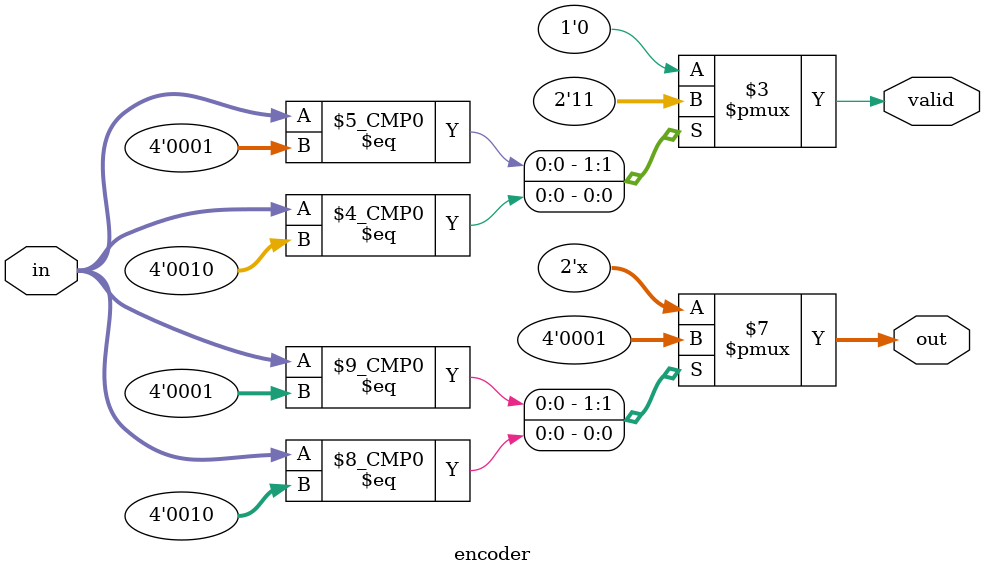
<source format=v>
module testbench;



    reg [3:0] in;



    wire [1:0] out;

    wire valid;



    encoder u1(.in(in),.valid(valid),.out(out));



    initial begin

        

        in = 4'b0001;



        #5

        

        if(valid)

            $display ("in = %b; Output is valid, out = %b", in, out);

        else

            $display ("in = %b; Output is not valid, out = %b", in, out);



        #20

        

        in = 4'b0010;



        #5

        

        if(valid)

            $display ("in = %b; Output is valid, out = %b", in, out);

        else

            $display ("in = %b; Output is not valid, out = %b", in, out);



        #20

        

        in = 4'b0100;



        #5

        

        if(valid)

            $display ("in = %b; Output is valid, out = %b", in, out);

        else

            $display ("in = %b; Output is not valid, out = %b", in, out);



        #20

        

        in = 4'b1000;



        #5

        

        if(valid)

            $display ("in = %b; Output is valid, out = %b", in, out);

        else

            $display ("in = %b; Output is not valid, out = %b", in, out);



        #20

        

        in = 4'b0000;



        #5

        

        if(valid)

            $display ("in = %b; Output is valid, out = %b", in, out);

        else

            $display ("in = %b; Output is not valid, out = %b", in, out);



        #20

        

        in = 4'b1111;



        #5

        

        if(valid)

            $display ("in = %b; Output is valid, out = %b", in, out);

        else

            $display ("in = %b; Output is not valid, out = %b", in, out);





        $finish;



    end



endmodule





module encoder(in, valid, out);



    input [3:0] in;



    output reg valid;

    output reg [1:0] out;



    /* modify the code here*/
    always@(in)
        case(in)
            4'b0001: begin out = 2'd0; valid = 1; end
            4'b0010: begin out = 2'd1; valid = 1; end
            4'b0001: begin out = 2'd2; valid = 1; end
            4'b0001: begin out = 2'd3; valid = 1; end
            default: begin valid = 0; end
        endcase
    



endmodule
</source>
